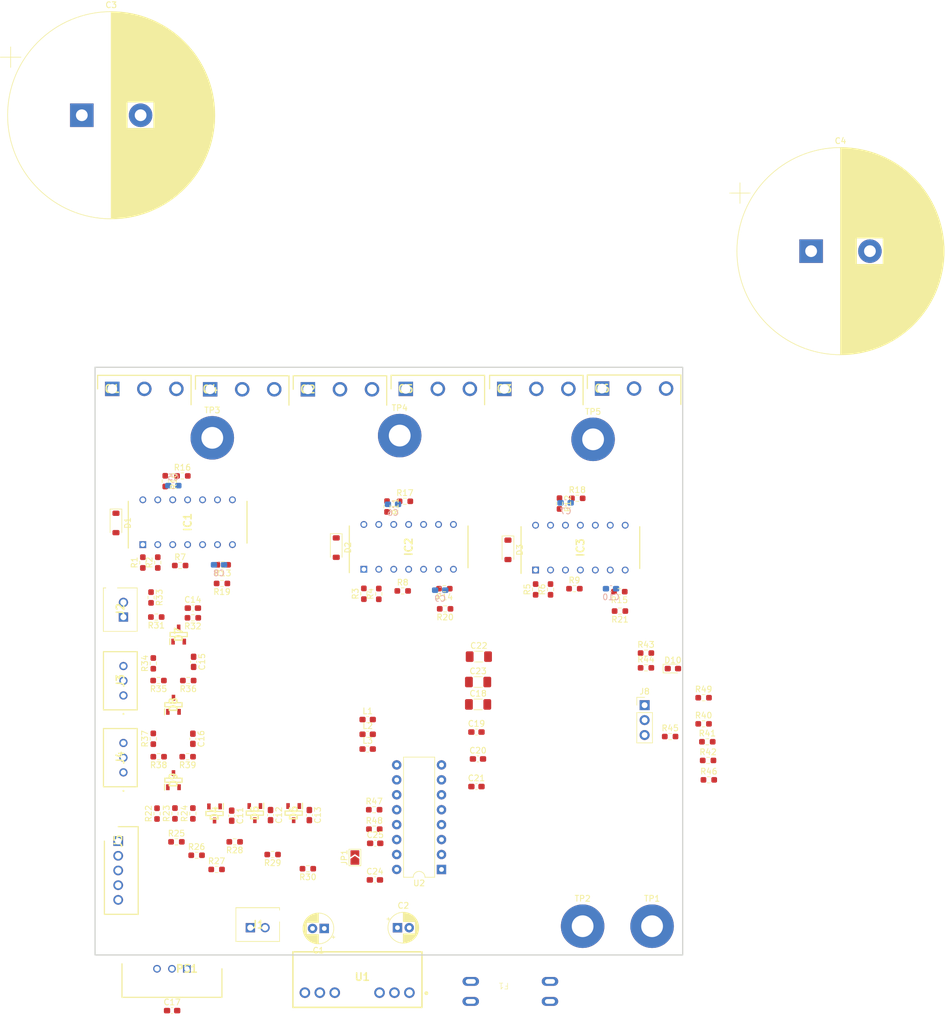
<source format=kicad_pcb>
(kicad_pcb (version 20240108) (generator "pcbnew") (generator_version "8.0")
  (layers (0 "F.Cu" signal) (31 "B.Cu" signal) (34 "B.Paste" user) (35 "F.Paste" user) (36 "B.SilkS" user "B.Silkscreen") (37 "F.SilkS" user "F.Silkscreen") (38 "B.Mask" user) (39 "F.Mask" user) (44 "Edge.Cuts" user))
  (net 0 "")
  (net 1 "GND")
  (net 2 "/+12V")
  (net 3 "Net-(Q1-D)")
  (net 4 "Net-(D1-K)")
  (net 5 "Net-(IC1-VS)")
  (net 6 "Net-(D2-K)")
  (net 7 "Net-(IC2-VS)")
  (net 8 "Net-(IC3-VS)")
  (net 9 "Net-(D3-K)")
  (net 10 "Net-(D1-A)")
  (net 11 "Net-(D2-A)")
  (net 12 "Net-(D3-A)")
  (net 13 "/HU")
  (net 14 "/HV")
  (net 15 "/HW")
  (net 16 "/Direction")
  (net 17 "/Accel")
  (net 18 "/A_In")
  (net 19 "+5V")
  (net 20 "+3.3V")
  (net 21 "Net-(JP1-A)")
  (net 22 "Net-(D4-K{slash}A)")
  (net 23 "Net-(D5-K{slash}A)")
  (net 24 "Net-(D6-K{slash}A)")
  (net 25 "Net-(D7-K{slash}A)")
  (net 26 "Net-(D8-K{slash}A)")
  (net 27 "Net-(D9-K{slash}A)")
  (net 28 "Net-(D10-A)")
  (net 29 "Net-(F1-Pad3)")
  (net 33 "Net-(IC1-LIN)")
  (net 35 "Net-(IC1-HIN)")
  (net 38 "Net-(IC1-N{slash}C_1)")
  (net 39 "Net-(IC1-HO)")
  (net 40 "/U_LGate")
  (net 42 "Net-(IC2-HO)")
  (net 45 "Net-(IC2-HIN)")
  (net 47 "/V_LGate")
  (net 48 "Net-(IC2-LIN)")
  (net 49 "Net-(IC2-N{slash}C_1)")
  (net 51 "Net-(IC3-LIN)")
  (net 52 "Net-(IC3-HO)")
  (net 56 "Net-(IC3-HIN)")
  (net 57 "Net-(IC3-N{slash}C_1)")
  (net 58 "/W_LGate")
  (net 59 "Net-(PS1-VIN)")
  (net 60 "Net-(J2-Pad1)")
  (net 61 "Net-(J3-Pad2)")
  (net 62 "Net-(J4-Pad2)")
  (net 63 "Net-(J5-Pad3)")
  (net 64 "Net-(J5-Pad1)")
  (net 65 "Net-(J5-Pad2)")
  (net 66 "Net-(J8-Pin_3)")
  (net 67 "/E8_READY")
  (net 68 "/VCCIO2{slash}3")
  (net 69 "/VCCIO0{slash}1")
  (net 70 "/VCCIO6{slash}7")
  (net 71 "Net-(Q1-G)")
  (net 72 "Net-(Q2-G)")
  (net 73 "Net-(Q3-G)")
  (net 74 "Net-(Q4-G)")
  (net 75 "Net-(Q5-G)")
  (net 76 "Net-(Q6-G)")
  (net 77 "/Logic_UU")
  (net 78 "/Logic_LU")
  (net 79 "/Logic_UV")
  (net 80 "/Logic_LV")
  (net 81 "/Logic_UW")
  (net 82 "/Logic_LW")
  (net 83 "/B1_JTAG_TMS")
  (net 84 "/A2_JTAG_TDO")
  (net 85 "/A3_JTAG_TDI")
  (net 86 "/D7_DONE")
  (net 87 "/C1_JTAG_TCK")
  (net 88 "/D8_RECONFIG")
  (net 91 "/CH1")
  (net 92 "/CS{slash}SHDN")
  (net 96 "/ACCEL")
  (net 97 "/Dout")
  (net 98 "/Din")
  (net 99 "/A_IN")
  (net 100 "/CH0")
  (net 102 "/CLK")
  (footprint "Capacitor_SMD:C_0603_1608Metric_Pad1.08x0.95mm_HandSolder" (layer "F.Cu") (at 94.8955 168.783)
    (property "Reference" "C17" (at 0 -1.43 360) (layer "F.SilkS"))
    (property "Value" "1uF")
    (pad "1" smd roundrect (at -0.8625 0) (size 1.075 0.95) (layers "F.Cu" "F.Paste" "F.Mask") (net 19 "+5V"))
    (pad "2" smd roundrect (at 0.8625 0) (size 1.075 0.95) (layers "F.Cu" "F.Paste" "F.Mask") (net 1 "GND"))
  )
  (footprint "Resistor_SMD:R_0603_1608Metric_Pad0.98x0.95mm_HandSolder" (layer "F.Cu") (at 141.3275 100.457 180)
    (property "Reference" "R20" (at 0 -1.43 180) (layer "F.SilkS"))
    (property "Value" "1M")
    (pad "1" smd roundrect (at -0.9125 0 180) (size 0.975 0.95) (layers "F.Cu" "F.Paste" "F.Mask") (net 75 "Net-(Q5-G)"))
    (pad "2" smd roundrect (at 0.9125 0 180) (size 0.975 0.95) (layers "F.Cu" "F.Paste" "F.Mask") (net 1 "GND"))
  )
  (footprint "Resistor_SMD:R_0603_1608Metric_Pad0.98x0.95mm_HandSolder" (layer "F.Cu") (at 99.06 142.367)
    (property "Reference" "R26" (at 0 -1.43 0) (layer "F.SilkS"))
    (property "Value" "1k")
    (pad "1" smd roundrect (at -0.9125 0) (size 0.975 0.95) (layers "F.Cu" "F.Paste" "F.Mask") (net 23 "Net-(D5-K{slash}A)"))
    (pad "2" smd roundrect (at 0.9125 0) (size 0.975 0.95) (layers "F.Cu" "F.Paste" "F.Mask") (net 65 "Net-(J5-Pad2)"))
  )
  (footprint "SamacSys_Parts:B3BXHALFSN" (layer "F.Cu") (at 86.614 128.27 90)
    (property "Reference" "J4" (at 2.5 -0.525 270) (layer "F.SilkS") (effects (font (size 1.27 1.27) (thickness 0.254))))
    (property "Value" "B3B-XH_Ain" (hide yes))
    (pad "1" thru_hole circle (at 0 0 90) (size 1.4 1.4) (drill 0.9) (layers "*.Cu" "*.Mask") (net 20 "+3.3V"))
    (pad "2" thru_hole circle (at 2.5 0 90) (size 1.4 1.4) (drill 0.9) (layers "*.Cu" "*.Mask") (net 62 "Net-(J4-Pad2)"))
    (pad "3" thru_hole circle (at 5 0 90) (size 1.4 1.4) (drill 0.9) (layers "*.Cu" "*.Mask") (net 1 "GND"))
  )
  (footprint "Resistor_SMD:R_0603_1608Metric_Pad0.98x0.95mm_HandSolder" (layer "F.Cu") (at 92.202 101.854 180)
    (property "Reference" "R31" (at 0 -1.43 180) (layer "F.SilkS"))
    (property "Value" "1k")
    (pad "1" smd roundrect (at -0.9125 0 180) (size 0.975 0.95) (layers "F.Cu" "F.Paste" "F.Mask") (net 25 "Net-(D7-K{slash}A)"))
    (pad "2" smd roundrect (at 0.9125 0 180) (size 0.975 0.95) (layers "F.Cu" "F.Paste" "F.Mask") (net 60 "Net-(J2-Pad1)"))
  )
  (footprint "Resistor_SMD:R_0603_1608Metric_Pad0.98x0.95mm_HandSolder" (layer "F.Cu") (at 91.313 98.5285 -90)
    (property "Reference" "R33" (at 0 -1.43 90) (layer "F.SilkS"))
    (property "Value" "4.7k")
    (pad "1" smd roundrect (at -0.9125 0 270) (size 0.975 0.95) (layers "F.Cu" "F.Paste" "F.Mask") (net 20 "+3.3V"))
    (pad "2" smd roundrect (at 0.9125 0 270) (size 0.975 0.95) (layers "F.Cu" "F.Paste" "F.Mask") (net 60 "Net-(J2-Pad1)"))
  )
  (footprint "SamacSys_Parts:SOT96P237X111-3N" (layer "F.Cu") (at 95.123 116.77 90)
    (property "Reference" "D8" (at 0 0 270) (layer "F.SilkS") (effects (font (size 1.27 1.27) (thickness 0.254))))
    (property "Value" "MMBD7000LT1G" (hide yes))
    (pad "1" smd rect (at -1.2 -0.955 180) (size 0.6 1) (layers "F.Cu" "F.Paste" "F.Mask") (net 1 "GND"))
    (pad "2" smd rect (at -1.2 0.955 180) (size 0.6 1) (layers "F.Cu" "F.Paste" "F.Mask") (net 20 "+3.3V"))
    (pad "3" smd rect (at 1.2 0 180) (size 0.6 1) (layers "F.Cu" "F.Paste" "F.Mask") (net 26 "Net-(D8-K{slash}A)"))
  )
  (footprint "Resistor_SMD:R_0603_1608Metric_Pad0.98x0.95mm_HandSolder" (layer "F.Cu") (at 117.983 144.653 180)
    (property "Reference" "R30" (at 0 -1.43 180) (layer "F.SilkS"))
    (property "Value" "1k")
    (pad "1" smd roundrect (at -0.9125 0 180) (size 0.975 0.95) (layers "F.Cu" "F.Paste" "F.Mask") (net 15 "/HW"))
    (pad "2" smd roundrect (at 0.9125 0 180) (size 0.975 0.95) (layers "F.Cu" "F.Paste" "F.Mask") (net 24 "Net-(D6-K{slash}A)"))
  )
  (footprint "SamacSys_Parts:NCS3" (layer "F.Cu") (at 137.39 168.235 180)
    (property "Reference" "U1" (at 10.13968 5.17981 180) (layer "F.SilkS") (effects (font (size 1.27 1.27) (thickness 0.254))))
    (property "Value" "NCS3S1212SC" (hide yes))
    (pad "1" thru_hole circle (at 2.135 2.5 180) (size 1.8 1.8) (drill 1.15) (layers "*.Cu" "*.Mask") (net 1 "GND"))
    (pad "2" thru_hole circle (at 4.675 2.5 180) (size 1.8 1.8) (drill 1.15) (layers "*.Cu" "*.Mask") (net 3 "Net-(Q1-D)"))
    (pad "3" thru_hole circle (at 7.215 2.5 180) (size 1.8 1.8) (drill 1.15) (layers "*.Cu" "*.Mask"))
    (pad "6" thru_hole circle (at 14.835 2.5 180) (size 1.8 1.8) (drill 1.15) (layers "*.Cu" "*.Mask") (net 2 "/+12V"))
    (pad "7" thru_hole circle (at 17.375 2.5 180) (size 1.8 1.8) (drill 1.15) (layers "*.Cu" "*.Mask") (net 1 "GND"))
    (pad "8" thru_hole circle (at 19.915 2.5 180) (size 1.8 1.8) (drill 1.15) (layers "*.Cu" "*.Mask"))
  )
  (footprint "Resistor_SMD:R_0603_1608Metric_Pad0.98x0.95mm_HandSolder" (layer "F.Cu") (at 111.9905 142.24 180)
    (property "Reference" "R29" (at 0 -1.43 180) (layer "F.SilkS"))
    (property "Value" "1k")
    (pad "1" smd roundrect (at -0.9125 0 180) (size 0.975 0.95) (layers "F.Cu" "F.Paste" "F.Mask") (net 14 "/HV"))
    (pad "2" smd roundrect (at 0.9125 0 180) (size 0.975 0.95) (layers "F.Cu" "F.Paste" "F.Mask") (net 23 "Net-(D5-K{slash}A)"))
  )
  (footprint "Resistor_SMD:R_0603_1608Metric_Pad0.98x0.95mm_HandSolder" (layer "F.Cu") (at 159.258 97.155 90)
    (property "Reference" "R6" (at 0 -1.43 270) (layer "F.SilkS"))
    (property "Value" "100")
    (pad "1" smd roundrect (at -0.9125 0 90) (size 0.975 0.95) (layers "F.Cu" "F.Paste" "F.Mask") (net 82 "/Logic_LW"))
    (pad "2" smd roundrect (at 0.9125 0 90) (size 0.975 0.95) (layers "F.Cu" "F.Paste" "F.Mask") (net 51 "Net-(IC3-LIN)"))
  )
  (footprint "Resistor_SMD:R_0603_1608Metric_Pad0.98x0.95mm_HandSolder" (layer "F.Cu") (at 89.916 92.583 90)
    (property "Reference" "R1" (at 0 -1.43 270) (layer "F.SilkS"))
    (property "Value" "100")
    (pad "1" smd roundrect (at -0.9125 0 90) (size 0.975 0.95) (layers "F.Cu" "F.Paste" "F.Mask") (net 77 "/Logic_UU"))
    (pad "2" smd roundrect (at 0.9125 0 90) (size 0.975 0.95) (layers "F.Cu" "F.Paste" "F.Mask") (net 35 "Net-(IC1-HIN)"))
  )
  (footprint "SamacSys_Parts:SOT96P237X111-3N" (layer "F.Cu") (at 102.108 135.255 -90)
    (property "Reference" "D4" (at 0 0 90) (layer "F.SilkS") (effects (font (size 1.27 1.27) (thickness 0.254))))
    (property "Value" "MMBD7000LT1G" (hide yes))
    (pad "1" smd rect (at -1.2 -0.955) (size 0.6 1) (layers "F.Cu" "F.Paste" "F.Mask") (net 1 "GND"))
    (pad "2" smd rect (at -1.2 0.955) (size 0.6 1) (layers "F.Cu" "F.Paste" "F.Mask") (net 20 "+3.3V"))
    (pad "3" smd rect (at 1.2 0) (size 0.6 1) (layers "F.Cu" "F.Paste" "F.Mask") (net 22 "Net-(D4-K{slash}A)"))
  )
  (footprint "SamacSys_Parts:DIP762W56P254L1930H533Q14N" (layer "F.Cu") (at 164.338 90.043 90)
    (property "Reference" "IC3" (at 0 0 270) (layer "F.SilkS") (effects (font (size 1.27 1.27) (thickness 0.254))))
    (property "Value" "IR21834PBF" (hide yes))
    (pad "1" thru_hole rect (at -3.81 -7.62 90) (size 1.158 1.158) (drill 0.758) (layers "*.Cu" "*.Mask") (net 56 "Net-(IC3-HIN)"))
    (pad "2" thru_hole circle (at -3.81 -5.08 90) (size 1.158 1.158) (drill 0.758) (layers "*.Cu" "*.Mask") (net 51 "Net-(IC3-LIN)"))
    (pad "3" thru_hole circle (at -3.81 -2.54 90) (size 1.158 1.158) (drill 0.758) (layers "*.Cu" "*.Mask") (net 1 "GND"))
    (pad "4" thru_hole circle (at -3.81 0 90) (size 1.158 1.158) (drill 0.758) (layers "*.Cu" "*.Mask") (net 57 "Net-(IC3-N{slash}C_1)"))
    (pad "5" thru_hole circle (at -3.81 2.54 90) (size 1.158 1.158) (drill 0.758) (layers "*.Cu" "*.Mask") (net 1 "GND"))
    (pad "6" thru_hole circle (at -3.81 5.08 90) (size 1.158 1.158) (drill 0.758) (layers "*.Cu" "*.Mask") (net 58 "/W_LGate"))
    (pad "7" thru_hole circle (at -3.81 7.62 90) (size 1.158 1.158) (drill 0.758) (layers "*.Cu" "*.Mask") (net 12 "Net-(D3-A)"))
    (pad "8" thru_hole circle (at 3.81 7.62 90) (size 1.158 1.158) (drill 0.758) (layers "*.Cu" "*.Mask"))
    (pad "9" thru_hole circle (at 3.81 5.08 90) (size 1.158 1.158) (drill 0.758) (layers "*.Cu" "*.Mask"))
    (pad "10" thru_hole circle (at 3.81 2.54 90) (size 1.158 1.158) (drill 0.758) (layers "*.Cu" "*.Mask"))
    (pad "11" thru_hole circle (at 3.81 0 90) (size 1.158 1.158) (drill 0.758) (layers "*.Cu" "*.Mask") (net 8 "Net-(IC3-VS)"))
    (pad "12" thru_hole circle (at 3.81 -2.54 90) (size 1.158 1.158) (drill 0.758) (layers "*.Cu" "*.Mask") (net 52 "Net-(IC3-HO)"))
    (pad "13" thru_hole circle (at 3.81 -5.08 90) (size 1.158 1.158) (drill 0.758) (layers "*.Cu" "*.Mask") (net 9 "Net-(D3-K)"))
    (pad "14" thru_hole circle (at 3.81 -7.62 90) (size 1.158 1.158) (drill 0.758) (layers "*.Cu" "*.Mask"))
  )
  (footprint "Resistor_SMD:R_0603_1608Metric_Pad0.98x0.95mm_HandSolder" (layer "F.Cu") (at 131.445 83.058 -90)
    (property "Reference" "R11" (at 0 -1.43 90) (layer "F.SilkS"))
    (property "Value" "22")
    (pad "1" smd roundrect (at -0.9125 0 270) (size 0.975 0.95) (layers "F.Cu" "F.Paste" "F.Mask") (net 72 "Net-(Q2-G)"))
    (pad "2" smd roundrect (at 0.9125 0 270) (size 0.975 0.95) (layers "F.Cu" "F.Paste" "F.Mask") (net 42 "Net-(IC2-HO)"))
  )
  (footprint "Capacitor_THT:CP_Radial_D5.0mm_P2.00mm" (layer "F.Cu") (at 133.223 154.686)
    (property "Reference" "C2" (at 1 -3.75 360) (layer "F.SilkS"))
    (property "Value" "33uF50V")
    (pad "1" thru_hole rect (at 0 0) (size 1.6 1.6) (drill 0.8) (layers "*.Cu" "*.Mask") (net 3 "Net-(Q1-D)"))
    (pad "2" thru_hole circle (at 2 0) (size 1.6 1.6) (drill 0.8) (layers "*.Cu" "*.Mask") (net 1 "GND"))
  )
  (footprint "SamacSys_Parts:TO545P500X1560X2410-3P" (layer "F.Cu") (at 84.72 63.046)
    (property "Reference" "Q1" (at 0 0 360) (layer "F.SilkS") (effects (font (size 1.27 1.27) (thickness 0.254))))
    (property "Value" "2SK3711" (hide yes))
    (pad "1" thru_hole rect (at 0 0) (size 2.46 2.46) (drill 1.64) (layers "*.Cu" "*.Mask") (net 71 "Net-(Q1-G)"))
    (pad "2" thru_hole circle (at 5.45 0) (size 2.46 2.46) (drill 1.64) (layers "*.Cu" "*.Mask") (net 3 "Net-(Q1-D)"))
    (pad "3" thru_hole circle (at 10.9 0) (size 2.46 2.46) (drill 1.64) (layers "*.Cu" "*.Mask") (net 5 "Net-(IC1-VS)"))
  )
  (footprint "MountingHole:MountingHole_3.7mm_Pad" (layer "F.Cu") (at 133.604 70.993)
    (property "Reference" "TP4" (at 0 -4.7 0) (layer "F.SilkS"))
    (property "Value" "V_Motor")
    (pad "1" thru_hole circle (at 0 0) (size 7.4 7.4) (drill 3.7) (layers "*.Cu" "*.Mask") (net 7 "Net-(IC2-VS)"))
  )
  (footprint "Resistor_SMD:R_0603_1608Metric_Pad0.98x0.95mm_HandSolder" (layer "F.Cu") (at 185.293 120.015)
    (property "Reference" "R40" (at 0 -1.43 0) (layer "F.SilkS"))
    (property "Value" "5.1k")
    (pad "1" smd roundrect (at -0.9125 0) (size 0.975 0.95) (layers "F.Cu" "F.Paste" "F.Mask") (net 83 "/B1_JTAG_TMS"))
    (pad "2" smd roundrect (at 0.9125 0) (size 0.975 0.95) (layers "F.Cu" "F.Paste" "F.Mask") (net 20 "+3.3V"))
  )
  (footprint "SamacSys_Parts:B3BXHALFSN" (layer "F.Cu") (at 86.614 115.189 90)
    (property "Reference" "J3" (at 2.5 -0.525 270) (layer "F.SilkS") (effects (font (size 1.27 1.27) (thickness 0.254))))
    (property "Value" "B3B-XH_Accel" (hide yes))
    (pad "1" thru_hole circle (at 0 0 90) (size 1.4 1.4) (drill 0.9) (layers "*.Cu" "*.Mask") (net 20 "+3.3V"))
    (pad "2" thru_hole circle (at 2.5 0 90) (size 1.4 1.4) (drill 0.9) (layers "*.Cu" "*.Mask") (net 61 "Net-(J3-Pad2)"))
    (pad "3" thru_hole circle (at 5 0 90) (size 1.4 1.4) (drill 0.9) (layers "*.Cu" "*.Mask") (net 1 "GND"))
  )
  (footprint "Capacitor_SMD:C_0603_1608Metric_Pad1.08x0.95mm_HandSolder" (layer "F.Cu") (at 146.6585 121.412)
    (property "Reference" "C19" (at 0 -1.43 0) (layer "F.SilkS"))
    (property "Value" "1u")
    (pad "1" smd roundrect (at -0.8625 0) (size 1.075 0.95) (layers "F.Cu" "F.Paste" "F.Mask") (net 20 "+3.3V"))
    (pad "2" smd roundrect (at 0.8625 0) (size 1.075 0.95) (layers "F.Cu" "F.Paste" "F.Mask") (net 1 "GND"))
  )
  (footprint "SamacSys_Parts:SHDR5W64P0X250_1X5_1490X575X700P" (layer "F.Cu") (at 85.725 139.954 -90)
    (property "Reference" "J5" (at 0 0 90) (layer "F.SilkS") (effects (font (size 1.27 1.27) (thickness 0.254))))
    (property "Value" "B5B-XH_HallSens" (hide yes))
    (pad "1" thru_hole rect (at 0 0 270) (size 1.65 1.65) (drill 1.1) (layers "*.Cu" "*.Mask") (net 64 "Net-(J5-Pad1)"))
    (pad "2" thru_hole circle (at 2.5 0 270) (size 1.65 1.65) (drill 1.1) (layers "*.Cu" "*.Mask") (net 65 "Net-(J5-Pad2)"))
    (pad "3" thru_hole circle (at 5 0 270) (size 1.65 1.65) (drill 1.1) (layers "*.Cu" "*.Mask") (net 63 "Net-(J5-Pad3)"))
    (pad "4" thru_hole circle (at 7.5 0 270) (size 1.65 1.65) (drill 1.1) (layers "*.Cu" "*.Mask") (net 19 "+5V"))
    (pad "5" thru_hole circle (at 10 0 270) (size 1.65 1.65) (drill 1.1) (layers "*.Cu" "*.Mask") (net 1 "GND"))
  )
  (footprint "Inductor_SMD:L_0603_1608Metric_Pad1.05x0.95mm_HandSolder" (layer "F.Cu") (at 128.157 119.283)
    (property "Reference" "L1" (at 0 -1.43 0) (layer "F.SilkS"))
    (property "Value" "33")
    (pad "1" smd roundrect (at -0.875 0) (size 1.05 0.95) (layers "F.Cu" "F.Paste" "F.Mask") (net 68 "/VCCIO2{slash}3"))
    (pad "2" smd roundrect (at 0.875 0) (size 1.05 0.95) (layers "F.Cu" "F.Paste" "F.Mask") (net 20 "+3.3V"))
  )
  (footprint "Resistor_SMD:R_0603_1608Metric_Pad0.98x0.95mm_HandSolder" (layer "F.Cu") (at 127.508 97.8935 90)
    (property "Reference" "R3" (at 0 -1.43 270) (layer "F.SilkS"))
    (property "Value" "100")
    (pad "1" smd roundrect (at -0.9125 0 90) (size 0.975 0.95) (layers "F.Cu" "F.Paste" "F.Mask") (net 79 "/Logic_UV"))
    (pad "2" smd roundrect (at 0.9125 0 90) (size 0.975 0.95) (layers "F.Cu" "F.Paste" "F.Mask") (net 45 "Net-(IC2-HIN)"))
  )
  (footprint "SamacSys_Parts:B2BXHAMLFSN" (layer "F.Cu") (at 108.204 154.686)
    (property "Reference" "J1" (at 1.25 -0.525 360) (layer "F.SilkS") (effects (font (size 1.27 1.27) (thickness 0.254))))
    (property "Value" "B2B-XH-_MainSW" (hide yes))
    (pad "" np_thru_hole circle (at 4.1 -2) (size 1.3 1.3) (drill 1.3) (layers "*.Cu" "*.Mask"))
    (pad "1" thru_hole rect (at 0 0) (size 1.575 1.575) (drill 1.05) (layers "*.Cu" "*.Mask") (net 59 "Net-(PS1-VIN)"))
    (pad "2" thru_hole circle (at 2.5 0) (size 1.575 1.575) (drill 1.05) (layers "*.Cu" "*.Mask") (net 2 "/+12V"))
  )
  (footprint "Resistor_SMD:R_0603_1608Metric_Pad0.98x0.95mm_HandSolder" (layer "F.Cu") (at 175.4905 110.49)
    (property "Reference" "R44" (at 0 -1.43 0) (layer "F.SilkS"))
    (property "Value" "49.9K")
    (pad "1" smd roundrect (at -0.9125 0) (size 0.975 0.95) (layers "F.Cu" "F.Paste" "F.Mask") (net 86 "/D7_DONE"))
    (pad "2" smd roundrect (at 0.9125 0) (size 0.975 0.95) (layers "F.Cu" "F.Paste" "F.Mask") (net 28 "Net-(D10-A)"))
  )
  (footprint "Capacitor_SMD:C_0603_1608Metric_Pad1.08x0.95mm_HandSolder" (layer "F.Cu") (at 146.6585 130.683)
    (property "Reference" "C21" (at 0 -1.43 0) (layer "F.SilkS"))
    (property "Value" "0.01u")
    (pad "1" smd roundrect (at -0.8625 0) (size 1.075 0.95) (layers "F.Cu" "F.Paste" "F.Mask") (net 20 "+3.3V"))
    (pad "2" smd roundrect (at 0.8625 0) (size 1.075 0.95) (layers "F.Cu" "F.Paste" "F.Mask") (net 1 "GND"))
  )
  (footprint "Resistor_SMD:R_0603_1608Metric_Pad0.98x0.95mm_HandSolder" (layer "F.Cu") (at 186.055 126.238)
    (property "Reference" "R42" (at 0 -1.43 0) (layer "F.SilkS"))
    (property "Value" "5.1k")
    (pad "1" smd roundrect (at -0.9125 0) (size 0.975 0.95) (layers "F.Cu" "F.Paste" "F.Mask") (net 85 "/A3_JTAG_TDI"))
    (pad "2" smd roundrect (at 0.9125 0) (size 0.975 0.95) (layers "F.Cu" "F.Paste" "F.Mask") (net 20 "+3.3V"))
  )
  (footprint "MountingHole:MountingHole_3.7mm_Pad" (layer "F.Cu") (at 101.727 71.374)
    (property "Reference" "TP3" (at 0 -4.7 0) (layer "F.SilkS"))
    (property "Value" "U_Motor")
    (pad "1" thru_hole circle (at 0 0) (size 7.4 7.4) (drill 3.7) (layers "*.Cu" "*.Mask") (net 5 "Net-(IC1-VS)"))
  )
  (footprint "Resistor_SMD:R_0603_1608Metric_Pad0.98x0.95mm_HandSolder" (layer "F.Cu") (at 130.048 97.917 90)
    (property "Reference" "R4" (at 0 -1.43 270) (layer "F.SilkS"))
    (property "Value" "100")
    (pad "1" smd roundrect (at -0.9125 0 90) (size 0.975 0.95) (layers "F.Cu" "F.Paste" "F.Mask") (net 80 "/Logic_LV"))
    (pad "2" smd roundrect (at 0.9125 0 90) (size 0.975 0.95) (layers "F.Cu" "F.Paste" "F.Mask") (net 48 "Net-(IC2-LIN)"))
  )
  (footprint "SamacSys_Parts:DIP762W56P254L1930H533Q14N" (layer "F.Cu") (at 135.128 89.916 90)
    (property "Reference" "IC2" (at 0 0 270) (layer "F.SilkS") (effects (font (size 1.27 1.27) (thickness 0.254))))
    (property "Value" "IR21834PBF" (hide yes))
    (pad "1" thru_hole rect (at -3.81 -7.62 90) (size 1.158 1.158) (drill 0.758) (layers "*.Cu" "*.Mask") (net 45 "Net-(IC2-HIN)"))
    (pad "2" thru_hole circle (at -3.81 -5.08 90) (size 1.158 1.158) (drill 0.758) (layers "*.Cu" "*.Mask") (net 48 "Net-(IC2-LIN)"))
    (pad "3" thru_hole circle (at -3.81 -2.54 90) (size 1.158 1.158) (drill 0.758) (layers "*.Cu" "*.Mask") (net 1 "GND"))
    (pad "4" thru_hole circle (at -3.81 0 90) (size 1.158 1.158) (drill 0.758) (layers "*.Cu" "*.Mask") (net 49 "Net-(IC2-N{slash}C_1)"))
    (pad "5" thru_hole circle (at -3.81 2.54 90) (size 1.158 1.158) (drill 0.758) (layers "*.Cu" "*.Mask") (net 1 "GND"))
    (pad "6" thru_hole circle (at -3.81 5.08 90) (size 1.158 1.158) (drill 0.758) (layers "*.Cu" "*.Mask") (net 47 "/V_LGate"))
    (pad "7" thru_hole circle (at -3.81 7.62 90) (size 1.158 1.158) (drill 0.758) (layers "*.Cu" "*.Mask") (net 11 "Net-(D2-A)"))
    (pad "8" thru_hole circle (at 3.81 7.62 90) (size 1.158 1.158) (drill 0.758) (layers "*.Cu" "*.Mask"))
    (pad "9" thru_hole circle (at 3.81 5.08 90) (size 1.158 1.158) (drill 0.758) (layers "*.Cu" "*.Mask"))
    (pad "10" thru_hole circle (at 3.81 2.54 90) (size 1.158 1.158) (drill 0.758) (layers "*.Cu" "*.Mask"))
    (pad "11" thru_hole circle (at 3.81 0 90) (size 1.158 1.158) (drill 0.758) (layers "*.Cu" "*.Mask") (net 7 "Net-(IC2-VS)"))
    (pad "12" thru_hole circle (at 3.81 -2.54 90) (size 1.158 1.158) (drill 0.758) (layers "*.Cu" "*.Mask") (net 42 "Net-(IC2-HO)"))
    (pad "13" thru_hole circle (at 3.81 -5.08 90) (size 1.158 1.158) (drill 0.758) (layers "*.Cu" "*.Mask") (net 6 "Net-(D2-K)"))
    (pad "14" thru_hole circle (at 3.81 -7.62 90) (size 1.158 1.158) (drill 0.758) (layers "*.Cu" "*.Mask"))
  )
  (footprint "Jumper:SolderJumper-2_P1.3mm_Open_TrianglePad1.0x1.5mm" (layer "F.Cu") (at 125.984 142.748 90)
    (property "Reference" "JP1" (at 0 -1.8 270) (layer "F.SilkS"))
    (property "Value" "SolderJumper_2_Open")
    (pad "1" smd custom (at -0.725 0 90) (size 0.3 0.3) (layers "F.Cu" "F.Mask") (net 21 "Net-(JP1-A)") (options (clearance outline) (anchor rect)) (primitives (gr_poly (pts (xy 1 0) (xy 0.5 0.75) (xy -0.5 0.75) (xy -0.5 -0.75) (xy 0.5 -0.75)) (width 0) (fill yes))))
    (pad "2" smd custom (at 0.725 0 90) (size 0.3 0.3) (layers "F.Cu" "F.Mask") (net 20 "+3.3V") (options (clearance outline) (anchor rect)) (primitives (gr_poly (pts (xy 0.5 0.75) (xy -0.65 0.75) (xy -0.15 0) (xy -0.65 -0.75) (xy 0.5 -0.75)) (width 0) (fill yes))))
  )
  (footprint "Capacitor_SMD:C_0603_1608Metric_Pad1.08x0.95mm_HandSolder" (layer "F.Cu") (at 98.552 109.474 -90)
    (property "Reference" "C15" (at 0 -1.43 90) (layer "F.SilkS"))
    (property "Value" "10uF")
    (pad "1" smd roundrect (at -0.8625 0 270) (size 1.075 0.95) (layers "F.Cu" "F.Paste" "F.Mask") (net 1 "GND"))
    (pad "2" smd roundrect (at 0.8625 0 270) (size 1.075 0.95) (layers "F.Cu" "F.Paste" "F.Mask") (net 17 "/Accel"))
  )
  (footprint "Resistor_SMD:R_0603_1608Metric_Pad0.98x0.95mm_HandSolder" (layer "F.Cu") (at 98.425 135.255 90)
    (property "Reference" "R24" (at 0 -1.43 270) (layer "F.SilkS"))
    (property "Value" "4.7k")
    (pad "1" smd roundrect (at -0.9125 0 90) (size 0.975 0.95) (layers "F.Cu" "F.Paste" "F.Mask") (net 63 "Net-(J5-Pad3)"))
    (pad "2" smd roundrect (at 0.9125 0 90) (size 0.975 0.95) (layers "F.Cu" "F.Paste" "F.Mask") (net 20 "+3.3V"))
  )
  (footprint "Resistor_SMD:R_0603_1608Metric_Pad0.98x0.95mm_HandSolder" (layer "F.Cu") (at 102.4655 144.78)
    (property "Reference" "R27" (at 0 -1.43 0) (layer "F.SilkS"))
    (property "Value" "1k")
    (pad "1" smd roundrect (at -0.9125 0) (size 0.975 0.95) (layers "F.Cu" "F.Paste" "F.Mask") (net 24 "Net-(D6-K{slash}A)"))
    (pad "2" smd roundrect (at 0.9125 0) (size 0.975 0.95) (layers "F.Cu" "F.Paste" "F.Mask") (net 63 "Net-(J5-Pad3)"))
  )
  (footprint "SamacSys_Parts:B2BXHAMLFSN" (layer "F.Cu") (at 86.614 101.854 90)
    (property "Reference" "J2" (at 1.25 -0.525 270) (layer "F.SilkS") (effects (font (size 1.27 1.27) (thickness 0.254))))
    (property "Value" "B2B-XH_Direction" (hide yes))
    (pad "" np_thru_hole circle (at 4.1 -2 90) (size 1.3 1.3) (drill 1.3) (layers "*.Cu" "*.Mask"))
    (pad "1" thru_hole rect (at 0 0 90) (size 1.575 1.575) (drill 1.05) (layers "*.Cu" "*.Mask") (net 60 "Net-(J2-Pad1)"))
    (pad "2" thru_hole circle (at 2.5 0 90) (size 1.575 1.575) (drill 1.05) (layers "*.Cu" "*.Mask") (net 1 "GND"))
  )
  (footprint "Resistor_SMD:R_0603_1608Metric_Pad0.98x0.95mm_HandSolder" (layer "F.Cu") (at 92.6065 125.603 180)
    (property "Reference" "R38" (at 0 -1.43 180) (layer "F.SilkS"))
    (property "Value" "1k")
    (pad "1" smd roundrect (at -0.9125 0 180) (size 0.975 0.95) (layers "F.Cu" "F.Paste" "F.Mask") (net 27 "Net-(D9-K{slash}A)"))
    (pad "2" smd roundrect (at 0.9125 0 180) (size 0.975 0.95) (layers "F.Cu" "F.Paste" "F.Mask") (net 62 "Net-(J4-Pad2)"))
  )
  (footprint "Resistor_SMD:R_0603_1608Metric_Pad0.98x0.95mm_HandSolder" (layer "F.Cu") (at 129.2625 134.62)
    (property "Reference" "R47" (at 0 -1.43 0) (layer "F.SilkS"))
    (property "Value" "R")
    (pad "1" smd roundrect (at -0.9125 0) (size 0.975 0.95) (layers "F.Cu" "F.Paste" "F.Mask") (net 20 "+3.3V"))
    (pad "2" smd roundrect (at 0.9125 0) (size 0.975 0.95) (layers "F.Cu" "F.Paste" "F.Mask") (net 21 "Net-(JP1-A)"))
  )
  (footprint "Resistor_SMD:R_0603_1608Metric_Pad0.98x0.95mm_HandSolder" (layer "F.Cu") (at 175.4905 107.98)
    (property "Reference" "R43" (at 0 -1.43 0) (layer "F.SilkS"))
    (property "Value" "49.9K")
    (pad "1" smd roundrect (at -0.9125 0) (size 0.975 0.95) (layers "F.Cu" "F.Paste" "F.Mask") (net 86 "/D7_DONE"))
    (pad "2" smd roundrect (at 0.9125 0) (size 0.975 0.95) (layers "F.Cu" "F.Paste" "F.Mask") (net 20 "+3.3V"))
  )
  (footprint "Connector_PinHeader_2.54mm:PinHeader_1x03_P2.54mm_Vertical" (layer "F.Cu") (at 175.26 116.84)
    (property "Reference" "J8" (at 0 -2.33 0) (layer "F.SilkS"))
    (property "Value" "Conn_01x03")
    (pad "1" thru_hole rect (at 0 0) (size 1.7 1.7) (drill 1) (layers "*.Cu" "*.Mask") (net 1 "GND"))
    (pad "2" thru_hole oval (at 0 2.54) (size 1.7 1.7) (drill 1) (layers "*.Cu" "*.Mask") (net 67 "/E8_READY"))
    (pad "3" thru_hole oval (at 0 5.08) (size 1.7 1.7) (drill 1) (layers "*.Cu" "*.Mask") (net 66 "Net-(J8-Pin_3)"))
  )
  (footprint "Resistor_SMD:R_0603_1608Metric_Pad0.98x0.95mm_HandSolder" (layer "F.Cu") (at 156.718 97.155 90)
    (property "Reference" "R5" (at 0 -1.43 270) (layer "F.SilkS"))
    (property "Value" "100")
    (pad "1" smd roundrect (at -0.9125 0 90) (size 0.975 0.95) (layers "F.Cu" "F.Paste" "F.Mask") (net 81 "/Logic_UW"))
    (pad "2" smd roundrect (at 0.9125 0 90) (size 0.975 0.95) (layers "F.Cu" "F.Paste" "F.Mask") (net 56 "Net-(IC3-HIN)"))
  )
  (footprint "SamacSys_Parts:SOT96P237X111-3N" (layer "F.Cu") (at 108.966 135.198 -90)
    (property "Reference" "D5" (at 0 0 90) (layer "F.SilkS") (effects (font (size 1.27 1.27) (thickness 0.254))))
    (property "Value" "MMBD7000LT1G" (hide yes))
    (pad "1" smd rect (at -1.2 -0.955) (size 0.6 1) (layers "F.Cu" "F.Paste" "F.Mask") (net 1 "GND"))
    (pad "2" smd rect (at -1.2 0.955) (size 0.6 1) (layers "F.Cu" "F.Paste" "F.Mask") (net 20 "+3.3V"))
    (pad "3" smd rect (at 1.2 0) (size 0.6 1) (layers "F.Cu" "F.Paste" "F.Mask") (net 23 "Net-(D5-K{slash}A)"))
  )
  (footprint "Capacitor_THT:CP_Radial_D35.0mm_P10.00mm_SnapIn" (layer "F.Cu") (at 79.535 16.51)
    (property "Reference" "C3" (at 5 -18.75 0) (layer "F.SilkS"))
    (property "Value" "4700uF50V")
    (pad "1" thru_hole rect (at 0 0) (size 4 4) (drill 2) (layers "*.Cu" "*.Mask") (net 3 "Net-(Q1-D)"))
    (pad "2" thru_hole circle (at 10 0) (size 4 4) (drill 2) (layers "*.Cu" "*.Mask") (net 1 "GND"))
  )
  (footprint "Resistor_SMD:R_0603_1608Metric_Pad0.98x0.95mm_HandSolder" (layer "F.Cu") (at 103.378 96.139 180)
    (property "Reference" "R19" (at 0 -1.43 180) (layer "F.SilkS"))
    (property "Value" "1M")
    (pad "1" smd roundrect (at -0.9125 0 180) (size 0.975 0.95) (layers "F.Cu" "F.Paste" "F.Mask") (net 74 "Net-(Q4-G)"))
    (pad "2" smd roundrect (at 0.9125 0 180) (size 0.975 0.95) (layers "F.Cu" "F.Paste" "F.Mask") (net 1 "GND"))
  )
  (footprint "Resistor_SMD:R_0603_1608Metric_Pad0.98x0.95mm_HandSolder" (layer "F.Cu") (at 96.266 93.091)
    (property "Reference" "R7" (at 0 -1.43 360) (layer "F.SilkS"))
    (property "Value" "68k")
    (pad "1" smd roundrect (at -0.9125 0) (size 0.975 0.95) (layers "F.Cu" "F.Paste" "F.Mask") (net 1 "GND"))
    (pad "2" smd roundrect (at 0.9125 0) (size 0.975 0.95) (layers "F.Cu" "F.Paste" "F.Mask") (net 38 "Net-(IC1-N{slash}C_1)"))
  )
  (footprint "Resistor_SMD:R_0603_1608Metric_Pad0.98x0.95mm_HandSolder" (layer "F.Cu") (at 185.928 123.063)
    (property "Reference" "R41" (at 0 -1.43 0) (layer "F.SilkS"))
    (property "Value" "5.1k")
    (pad "1" smd roundrect (at -0.9125 0) (size 0.975 0.95) (layers "F.Cu" "F.Paste" "F.Mask") (net 84 "/A2_JTAG_TDO"))
    (pad "2" smd roundrect (at 0.9125 0) (size 0.975 0.95) (layers "F.Cu" "F.Paste" "F.Mask") (net 20 "+3.3V"))
  )
  (footprint "SamacSys_Parts:TO545P500X1560X2410-3P" (layer "F.Cu") (at 134.642 63.046)
    (property "Reference" "Q5" (at 0 0 360) (layer "F.SilkS") (effects (font (size 1.27 1.27) (thickness 0.254))))
    (property "Value" "2SK3711" (hide yes))
    (pad "1" thru_hole rect (at 0 0) (size 2.46 2.46) (drill 1.64) (layers "*.Cu" "*.Mask") (net 75 "Net-(Q5-G)"))
    (pad "2" thru_hole circle (at 5.45 0) (size 2.46 2.46) (drill 1.64) (layers "*.Cu" "*.Mask") (net 7 "Net-(IC2-VS)"))
    (pad "3" thru_hole circle (at 10.9 0) (size 2.46 2.46) (drill 1.64) (layers "*.Cu" "*.Mask") (net 1 "GND"))
  )
  (footprint "Capacitor_SMD:C_0603_1608Metric_Pad1.08x0.95mm_HandSolder" (layer "F.Cu") (at 98.425 122.555 -90)
    (property "Reference" "C16" (at 0 -1.43 90) (layer "F.SilkS"))
    (property "Value" "10uF")
    (pad "1" smd roundrect (at -0.8625 0 270) (size 1.075 0.95) (layers "F.Cu" "F.Paste" "F.Mask") (net 1 "GND"))
    (pad "2" smd roundrect (at 0.8625 0 270) (size 1.075 0.95) (layers "F.Cu" "F.Paste" "F.Mask") (net 18 "/A_In"))
  )
  (footprint "Resistor_SMD:R_0603_1608Metric_Pad0.98x0.95mm_HandSolder" (layer "F.Cu") (at 95.631 140.081)
    (property "Reference" "R25" (at 0 -1.43 0) (layer "F.SilkS"))
    (property "Value" "1k")
    (pad "1" smd roundrect (at -0.9125 0) (size 0.975 0.95) (layers "F.Cu" "F.Paste" "F.Mask") (net 22 "Net-(D4-K{slash}A)"))
    (pad "2" smd roundrect (at 0.9125 0) (size 0.975 0.95) (layers "F.Cu" "F.Paste" "F.Mask") (net 64 "Net-(J5-Pad1)"))
  )
  (footprint "Resistor_SMD:R_0603_1608Metric_Pad0.98x0.95mm_HandSolder" (layer "F.Cu") (at 96.647 77.851)
    (property "Reference" "R16" (at 0 -1.43 360) (layer "F.SilkS"))
    (property "Value" "1M")
    (pad "1" smd roundrect (at -0.9125 0) (size 0.975 0.95) (layers "F.Cu" "F.Paste" "F.Mask") (net 71 "Net-(Q1-G)"))
    (pad "2" smd roundrect (at 0.9125 0) (size 0.975 0.95) (layers "F.Cu" "F.Paste" "F.Mask") (net 5 "Net-(IC1-VS)"))
  )
  (footprint "Resistor_SMD:R_0603_1608Metric_Pad0.98x0.95mm_HandSolder" (layer "F.Cu") (at 134.493 82.169)
    (property "Reference" "R17" (at 0 -1.43 0) (layer "F.SilkS"))
    (property "Value" "1M")
    (pad "1" smd roundrect (at -0.9125 0) (size 0.975 0.95) (layers "F.Cu" "F.Paste" "F.Mask") (net 72 "Net-(Q2-G)"))
    (pad "2" smd roundrect (at 0.9125 0) (size 0.975 0.95) (layers "F.Cu" "F.Paste" "F.Mask") (net 7 "Net-(IC2-VS)"))
  )
  (footprint "Capacitor_SMD:C_1206_3216Metric_Pad1.33x1.80mm_HandSolder" (layer "F.Cu") (at 146.939 112.903)
    (property "Reference" "C23" (at 0 -1.85 0) (layer "F.SilkS"))
    (property "Value" "220u")
    (pad "1" smd roundrect (at -1.5625 0) (size 1.325 1.8) (layers "F.Cu" "F.Paste" "F.Mask") (roundrect_rratio 0.188679) (net 20 "+3.3V"))
    (pad "2" smd roundrect (at 1.5625 0) (size 1.325 1.8) (layers "F.Cu" "F.Paste" "F.Mask") (roundrect_rratio 0.188679) (net 1 "GND"))
  )
  (footprint "Capacitor_THT:CP_Radial_D35.0mm_P10.00mm_SnapIn" (layer "F.Cu") (at 203.581 39.624)
    (property "Reference" "C4" (at 5 -18.75 0) (layer "F.SilkS"))
    (property "Value" "4700uF50V")
    (pad "1" thru_hole rect (at 0 0) (size 4 4) (drill 2) (layers "*.Cu" "*.Mask") (net 3 "Net-(Q1-D)"))
    (pad "2" thru_hole circle (at 10 0) (size 4 4) (drill 2) (layers "*.Cu" "*.Mask") (net 1 "GND"))
  )
  (footprint "MountingHole:MountingHole_3.7mm_Pad" (layer "F.Cu") (at 176.53 154.432)
    (property "Reference" "TP1" (at 0 -4.7 0) (layer "F.SilkS"))
    (property "Value" "Power_Input")
    (pad "1" thru_hole circle (at 0 0) (size 7.4 7.4) (drill 3.7) (layers "*.Cu" "*.Mask") (net 29 "Net-(F1-Pad3)"))
  )
  (footprint "Resistor_SMD:R_0603_1608Metric_Pad0.98x0.95mm_HandSolder" (layer "F.Cu") (at 171.069 100.838 180)
    (property "Reference" "R21" (at 0 -1.43 180) (layer "F.SilkS"))
    (property "Value" "1M")
    (pad "1" smd roundrect (at -0.9125 0 180) (size 0.975 0.95) (layers "F.Cu" "F.Paste" "F.Mask") (net 76 "Net-(Q6-G)"))
    (pad "2" smd roundrect (at 0.9125 0 180) (size 0.975 0.95) (layers "F.Cu" "F.Paste" "F.Mask") (net 1 "GND"))
  )
  (footprint "Resistor_SMD:R_0603_1608Metric_Pad0.98x0.95mm_HandSolder" (layer "F.Cu") (at 170.9655 97.536 180)
    (property "Reference" "R15" (at 0 -1.43 180) (layer "F.SilkS"))
    (property "Value" "22")
    (pad "1" smd roundrect (at -0.9125 0 180) (size 0.975 0.95) (layers "F.Cu" "F.Paste" "F.Mask") (net 76 "Net-(Q6-G)"))
    (pad "2" smd roundrect (at 0.9125 0 180) (size 0.975 0.95) (layers "F.Cu" "F.Paste" "F.Mask") (net 58 "/W_LGate"))
  )
  (footprint "Resistor_SMD:R_0603_1608Metric_Pad0.98x0.95mm_HandSolder" (layer "F.Cu") (at 163.8065 81.661)
    (property "Reference" "R18" (at 0 -1.43 360) (layer "F.SilkS"))
    (property "Value" "1M")
    (pad "1" smd roundrect (at -0.9125 0) (size 0.975 0.95) (layers "F.Cu" "F.Paste" "F.Mask") (net 73 "Net-(Q3-G)"))
    (pad "2" smd roundrect (at 0.9125 0) (size 0.975 0.95) (layers "F.Cu" "F.Paste" "F.Mask") (net 8 "Net-(IC3-VS)"))
  )
  (footprint "Resistor_SMD:R_0603_1608Metric_Pad0.98x0.95mm_HandSolder" (layer "F.Cu") (at 179.6015 122.174)
    (property "Reference" "R45" (at 0 -1.43 0) (layer "F.SilkS"))
    (property "Value" "5.1k")
    (pad "1" smd roundrect (at -0.9125 0) (size 0.975 0.95) (layers "F.Cu" "F.Paste" "F.Mask") (net 66 "Net-(J8-Pin_3)"))
    (pad "2" smd roundrect (at 0.9125 0) (size 0.975 0.95) (layers "F.Cu" "F.Paste" "F.Mask") (net 20 "+3.3V"))
  )
  (footprint "Resistor_SMD:R_0603_1608Metric_Pad0.98x0.95mm_HandSolder" (layer "F.Cu") (at 91.694 109.728 90)
    (property "Reference" "R34" (at 0 -1.43 270) (layer "F.SilkS"))
    (property "Value" "100k")
    (pad "1" smd roundrect (at -0.9125 0 90) (size 0.975 0.95) (layers "F.Cu" "F.Paste" "F.Mask") (net 61 "Net-(J3-Pad2)"))
    (pad "2" smd roundrect (at 0.9125 0 90) (size 0.975 0.95) (layers "F.Cu" "F.Paste" "F.Mask") (net 1 "GND"))
  )
  (footprint "Capacitor_THT:CP_Radial_D5.0mm_P2.00mm" (layer "F.Cu") (at 120.777 154.813 180)
    (property "Reference" "C1" (at 1 -3.75 180) (layer "F.SilkS"))
    (property "Value" "100uF16V")
    (pad "1" thru_hole rect (at 0 0 180) (size 1.6 1.6) (drill 0.8) (layers "*.Cu" "*.Mask") (net 2 "/+12V"))
    (pad "2" thru_hole circle (at 2 0 180) (size 1.6 1.6) (drill 0.8) (layers "*.Cu" "*.Mask") (net 1 "GND"))
  )
  (footprint "Capacitor_SMD:C_0603_1608Metric_Pad1.08x0.95mm_HandSolder" (layer "F.Cu") (at 111.633 135.5355 -90)
    (property "Reference" "C12" (at 0 -1.43 90) (layer "F.SilkS"))
    (property "Value" "0.001uF")
    (pad "1" smd roundrect (at -0.8625 0 270) (size 1.075 0.95) (layers "F.Cu" "F.Paste" "F.Mask") (net 1 "GND"))
    (pad "2" smd roundrect (at 0.8625 0 270) (size 1.075 0.95) (layers "F.Cu" "F.Paste" "F.Mask") (net 14 "/HV"))
  )
  (footprint "Resistor_SMD:R_0603_1608Metric_Pad0.98x0.95mm_HandSolder" (layer "F.Cu") (at 141.2005 97.028 180)
    (property "Reference" "R14" (at 0 -1.43 180) (layer "F.SilkS"))
    (property "Value" "22")
    (pad "1" smd roundrect (at -0.9125 0 180) (size 0.975 0.95) (layers "F.Cu" "F.Paste" "F.Mask") (net 75 "Net-(Q5-G)"))
    (pad "2" smd roundrect (at 0.9125 0 180) (size 0.975 0.95) (layers "F.Cu" "F.Paste" "F.Mask") (net 47 "/V_LGate"))
  )
  (footprint "SamacSys_Parts:SOT96P237X111-3N" (layer "F.Cu") (at 115.57 135.198 -90)
    (property "Reference" "D6" (at 0 0 90) (layer "F.SilkS") (effects (font (size 1.27 1.27) (thickness 0.254))))
    (property "Value" "MMBD7000LT1G" (hide yes))
    (pad "1" smd rect (at -1.2 -0.955) (size 0.6 1) (layers "F.Cu" "F.Paste" "F.Mask") (net 1 "GND"))
    (pad "2" smd rect (at -1.2 0.955) (size 0.6 1) (layers "F.Cu" "F.Paste" "F.Mask") (net 20 "+3.3V"))
    (pad "3" smd rect (at 1.2 0) (size 0.6 1) (layers "F.Cu" "F.Paste" "F.Mask") (net 24 "Net-(D6-K{slash}A)"))
  )
  (footprint "Resistor_SMD:R_0603_1608Metric_Pad0.98x0.95mm_HandSolder" (layer "F.Cu") (at 134.112 97.409)
    (property "Reference" "R8" (at 0 -1.43 360) (layer "F.SilkS"))
    (property "Value" "68k")
    (pad "1" smd roundrect (at -0.9125 0) (size 0.975 0.95) (layers "F.Cu" "F.Paste" "F.Mask") (net 1 "GND"))
    (pad "2" smd roundrect (at 0.9125 0) (size 0.975 0.95) (layers "F.Cu" "F.Paste" "F.Mask") (net 49 "Net-(IC2-N{slash}C_1)"))
  )
  (footprint "LED_SMD:LED_0603_1608Metric_Pad1.05x0.95mm_HandSolder" (layer "F.Cu") (at 180.072 110.617)
    (property "Reference" "D10" (at 0 -1.43 0) (layer "F.SilkS"))
    (property "Value" "LED")
    (pad "1" smd roundrect (at -0.875 0) (size 1.05 0.95) (layers "F.Cu" "F.Paste" "F.Mask") (net 1 "GND"))
    (pad "2" smd roundrect (at 0.875 0) (size 1.05 0.95) (layers "F.Cu" "F.Paste" "F.Mask") (net 28 "Net-(D10-A)"))
  )
  (footprint "Resistor_SMD:R_0603_1608Metric_Pad0.98x0.95mm_HandSolder" (layer "F.Cu") (at 97.536 125.603 180)
    (property "Reference" "R39" (at 0 -1.43 180) (layer "F.SilkS"))
    (property "Value" "10k")
    (pad "1" smd roundrect (at -0.9125 0 180) (size 0.975 0.95) (layers "F.Cu" "F.Paste" "F.Mask") (net 18 "/A_In"))
    (pad "2" smd roundrect (at 0.9125 0 180) (size 0.975 0.95) (layers "F.Cu" "F.Paste" "F.Mask") (net 27 "Net-(D9-K{slash}A)"))
  )
  (footprint "Resistor_SMD:R_0603_1608Metric_Pad0.98x0.95mm_HandSolder" (layer "F.Cu") (at 105.537 140.081 180)
    (property "Reference" "R28" (at 0 -1.43 180) (layer "F.SilkS"))
    (property "Value" "1k")
    (pad "1" smd roundrect (at -0.9125 0 180) (size 0.975 0.95) (layers "F.Cu" "F.Paste" "F.Mask") (net 13 "/HU"))
    (pad "2" smd roundrect (at 0.9125 0 180) (size 0.975 0.95) (layers "F.Cu" "F.Paste" "F.Mask") (net 22 "Net-(D4-K{slash}A)"))
  )
  (footprint "Inductor_SMD:L_0603_1608Metric_Pad1.05x0.95mm_HandSolder" (layer "F.Cu") (at 128.157 121.793)
    (property "Reference" "L2" (at 0 -1.43 0) (layer "F.SilkS"))
    (property "Value" "33")
    (pad "1" smd roundrect (at -0.875 0) (size 1.05 0.95) (layers "F.Cu" "F.Paste" "F.Mask") (net 69 "/VCCIO0{slash}1"))
    (pad "2" smd roundrect (at 0.875 0) (size 1.05 0.95) (layers "F.Cu" "F.Paste" "F.Mask") (net 20 "+3.3V"))
  )
  (footprint "Resistor_SMD:R_0603_1608Metric_Pad0.98x0.95mm_HandSolder" (layer "F.Cu") (at 93.726 78.74 -90)
    (property "Reference" "R10" (at 0 -1.43 90) (layer "F.SilkS"))
    (property "Value" "22")
    (pad "1" smd roundrect (at -0.9125 0 270) (size 0.975 0.95) (layers "F.Cu" "F.Paste" "F.Mask") (net 71 "Net-(Q1-G)"))
    (pad "2" smd roundrect (at 0.9125 0 270) (size 0.975 0.95) (layers "F.Cu" "F.Paste" "F.Mask") (net 39 "Net-(IC1-HO)"))
  )
  (footprint "Capacitor_SMD:C_0603_1608Metric_Pad1.08x0.95mm_HandSolder" (layer "F.Cu") (at 129.3865 146.558)
    (property "Reference" "C24" (at 0 -1.43 0) (layer "F.SilkS"))
    (property "Value" "C")
    (pad "1" smd roundrect (at -0.8625 0) (size 1.075 0.95) (layers "F.Cu" "F.Paste" "F.Mask") (net 21 "Net-(JP1-A)"))
    (pad "2" smd roundrect (at 0.8625 0) (size 1.075 0.95) (layers "F.Cu" "F.Paste" "F.Mask") (net 1 "GND"))
  )
  (footprint "Diode_SMD:D_SOD-123" (layer "F.Cu") (at 85.344 85.852 -90)
    (property "Reference" "D1" (at 0 -2 90) (layer "F.SilkS"))
    (property "Value" "1N4148W")
    (pad "1" smd roundrect (at -1.65 0 270) (size 0.9 1.2) (layers "F.Cu" "F.Paste" "F.Mask") (net 4 "Net-(D1-K)"))
    (pad "2" smd roundrect (at 1.65 0 270) (size 0.9 1.2) (layers "F.Cu" "F.Paste" "F.Mask") (net 10 "Net-(D1-A)"))
  )
  (footprint "Resistor_SMD:R_0603_1608Metric_Pad0.98x0.95mm_HandSolder" (layer "F.Cu") (at 185.293 115.57)
    (property "Reference" "R49" (at 0 -1.43 0) (layer "F.SilkS"))
    (property "Value" "5.1k")
    (pad "1" smd roundrect (at -0.9125 0) (size 0.975 0.95) (layers "F.Cu" "F.Paste" "F.Mask") (net 20 "+3.3V"))
    (pad "2" smd roundrect (at 0.9125 0) (size 0.975 0.95) (layers "F.Cu" "F.Paste" "F.Mask") (net 88 "/D8_RECONFIG"))
  )
  (footprint "SamacSys_Parts:SOT96P237X111-3N" (layer "F.Cu") (at 96.012 104.832 90)
    (property "Reference" "D7" (at 0 0 270) (layer "F.SilkS") (effects (font (size 1.27 1.27) (thickness 0.254))))
    (property "Value" "MMBD7000LT1G" (hide yes))
    (pad "1" smd rect (at -1.2 -0.955 180) (size 0.6 1) (layers "F.Cu" "F.Paste" "F.Mask") (net 1 "GND"))
    (pad "2" smd rect (at -1.2 0.955 180) (size 0.6 1) (layers "F.Cu" "F.Paste" "F.Mask") (net 20 "+3.3V"))
    (pad "3" smd rect (at 1.2 0 180) (size 0.6 1) (layers "F.Cu" "F.Paste" "F.Mask") (net 25 "Net-(D7-K{slash}A)"))
  )
  (footprint "Capacitor_SMD:C_0603_1608Metric_Pad1.08x0.95mm_HandSolder" (layer "F.Cu") (at 105.029 135.636 -90)
    (property "Reference" "C11" (at 0 -1.43 90) (layer "F.SilkS"))
    (property "Value" "0.001uF")
    (pad "1" smd roundrect (at -0.8625 0 270) (size 1.075 0.95) (layers "F.Cu" "F.Paste" "F.Mask") (net 1 "GND"))
    (pad "2" smd roundrect (at 0.8625 0 270) (size 1.075 0.95) (layers "F.Cu" "F.Paste" "F.Mask") (net 13 "/HU"))
  )
  (footprint "Resistor_SMD:R_0603_1608Metric_Pad0.98x0.95mm_HandSolder" (layer "F.Cu") (at 160.782 82.55 -90)
    (property "Reference" "R12" (at 0 -1.43 90) (layer "F.SilkS"))
    (property "Value" "22")
    (pad "1" smd roundrect (at -0.9125 0 270) (size 0.975 0.95) (layers "F.Cu" "F.Paste" "F.Mask") (net 73 "Net-(Q3-G)"))
    (pad "2" smd roundrect (at 0.9125 0 270) (size 0.975 0.95) (layers "F.Cu" "F.Paste" "F.Mask") (net 52 "Net-(IC3-HO)"))
  )
  (footprint "SamacSys_Parts:TO254P570X1700X1780-3P" (layer "F.Cu") (at 97.409 161.671 180)
    (property "Reference" "PS1" (at 0 0 180) (layer "F.SilkS") (effects (font (size 1.27 1.27) (thickness 0.254))))
    (property "Value" "BP5293-50" (hide yes))
    (pad "1" thru_hole rect (at 0 0 180) (size 1.305 1.305) (drill 0.87) (layers "*.Cu" "*.Mask") (net 59 "Net-(PS1-VIN)"))
    (pad "2" thru_hole circle (at 2.54 0 180) (size 1.305 1.305) (drill 0.87) (layers "*.Cu" "*.Mask") (net 1 "GND"))
    (pad "3" thru_hole circle (at 5.08 0 180) (size 1.305 1.305) (drill 0.87) (layers "*.Cu" "*.Mask") (net 19 "+5V"))
  )
  (footprint "Library:Fuse_Holder" (layer "F.Cu") (at 151.2824 164.0708 180)
    (property "Reference" "F1" (at 0 -0.5 180) (layer "F.SilkS") (effects (font (thickness 0.1))))
    (property "Value" "Fuse")
    (pad "1" thru_hole oval (at -7.882 0.2504 180) (size 2.8 1.5) (drill oval 1.7 0.8) (layers "*.Cu" "*.Mask") (net 3 "Net-(Q1-D)"))
    (pad "2" thru_hole oval (at -7.874 -3.1496 180) (size 2.8 1.5) (drill oval 1.7 0.8) (layers "*.Cu" "*.Mask"))
    (pad "3" thru_hole oval (at 5.596 -3.1496 180) (size 2.8 1.5) (drill oval 1.7 0.8) (layers "*.Cu" "*.Mask") (net 29 "Net-(F1-Pad3)"))
    (pad "4" thru_hole oval (at 5.588 0.2504 180) (size 2.8 1.5) (drill oval 1.7 0.8) (layers "*.Cu" "*.Mask"))
  )
  (footprint "Resistor_SMD:R_0603_1608Metric_Pad0.98x0.95mm_HandSolder" (layer "F.Cu") (at 186.182 129.54)
    (property "Reference" "R46" (at 0 -1.43 0) (layer "F.SilkS"))
    (property "Value" "5.1k")
    (pad "1" smd roundrect (at -0.9125 0) (size 0.975 0.95) (layers "F.Cu" "F.Paste" "F.Mask") (net 87 "/C1_JTAG_TCK"))
    (pad "2" smd roundrect (at 0.9125 0) (size 0.975 0.95) (layers "F.Cu" "F.Paste" "F.Mask") (net 1 "GND"))
  )
  (footprint "SamacSys_Parts:TO545P500X1560X2410-3P" (layer "F.Cu") (at 151.395 63.046)
    (property "Reference" "Q3" (at 0 0 360) (layer "F.SilkS") (effects (font (size 1.27 1.27) (thickness 0.254))))
    (property "Value" "2SK3711" (hide yes))
    (pad "1" thru_hole rect (at 0 0) (size 2.46 2.46) (drill 1.64) (layers "*.Cu" "*.Mask") (net 73 "Net-(Q3-G)"))
    (pad "2" thru_hole circle (at 5.45 0) (size 2.46 2.46) (drill 1.64) (layers "*.Cu" "*.Mask") (net 3 "Net-(Q1-D)"))
    (pad "3" thru_hole circle (at 10.9 0) (size 2.46 2.46) (drill 1.64) (layers "*.Cu" "*.Mask") (net 8 "Net-(IC3-VS)"))
  )
  (footprint "Resistor_SMD:R_0603_1608Metric_Pad0.98x0.95mm_HandSolder" (layer "F.Cu") (at 97.6395 112.649 180)
    (property "Reference" "R36" (at 0 -1.43 180) (layer "F.SilkS"))
    (property "Value" "10k")
    (pad "1" smd roundrect (at -0.9125 0 180) (size 0.975 0.95) (layers "F.Cu" "F.Paste" "F.Mask") (net 17 "/Accel"))
    (pad "2" smd roundrect (at 0.9125 0 180) (size 0.975 0.95) (layers "F.Cu" "F.Paste" "F.Mask") (net 26 "Net-(D8-K{slash}A)"))
  )
  (footprint "Resistor_SMD:R_0603_1608Metric_Pad0.98x0.95mm_HandSolder" (layer "F.Cu") (at 91.694 122.555 90)
    (property "Reference" "R37" (at 0 -1.43 270) (layer "F.SilkS"))
    (property "Value" "100k")
    (pad "1" smd roundrect (at -0.9125 0 90) (size 0.975 0.95) (layers "F.Cu" "F.Paste" "F.Mask") (net 62 "Net-(J4-Pad2)"))
    (pad "2" smd roundrect (at 0.9125 0 90) (size 0.975 0.95) (layers "F.Cu" "F.Paste" "F.Mask") (net 1 "GND"))
  )
  (footprint "Resistor_SMD:R_0603_1608Metric_Pad0.98x0.95mm_HandSolder" (layer "F.Cu") (at 92.583 112.649 180)
    (property "Reference" "R35" (at 0 -1.43 180) (layer "F.SilkS"))
    (property "Value" "1k")
    (pad "1" smd roundrect (at -0.9125 0 180) (size 0.975 0.95) (layers "F.Cu" "F.Paste" "F.Mask") (net 26 "Net-(D8-K{slash}A)"))
    (pad "2" smd roundrect (at 0.9125 0 180) (size 0.975 0.95) (layers "F.Cu" "F.Paste" "F.Mask") (net 61 "Net-(J3-Pad2)"))
  )
  (footprint "Resistor_SMD:R_0603_1608Metric_Pad0.98x0.95mm_HandSolder" (layer "F.Cu") (at 129.286 137.922)
    (property "Reference" "R48" (at 0 -1.43 0) (layer "F.SilkS"))
    (property "Value" "R")
    (pad "1" smd roundrect (at -0.9125 0) (size 0.975 0.95) (layers "F.Cu" "F.Paste" "F.Mask") (net 21 "Net-(JP1-A)"))
    (pad "2" smd roundrect (at 0.9125 0) (size 0.975 0.95) (layers "F.Cu" "F.Paste" "F.Mask") (net 1 "GND"))
  )
  (footprint "Capacitor_SMD:C_1206_3216Metric_Pad1.33x1.80mm_HandSolder" (layer "F.Cu") (at 147.066 108.585)
    (property "Reference" "C22" (at 0 -1.85 0) (layer "F.SilkS"))
    (property "Value" "220u")
    (pad "1" smd roundrect (at -1.5625 0) (size 1.325 1.8) (layers "F.Cu" "F.Paste" "F.Mask") (roundrect_rratio 0.188679) (net 19 "+5V"))
    (pad "2" smd roundrect (at 1.5625 0) (size 1.325 1.8) (layers "F.Cu" "F.Paste" "F.Mask") (roundrect_rratio 0.188679) (net 1 "GND"))
  )
  (footprint "Resistor_SMD:R_0603_1608Metric_Pad0.98x0.95mm_HandSolder" (layer "F.Cu") (at 92.456 92.583 90)
    (property "Reference" "R2" (at 0 -1.43 270) (layer "F.SilkS"))
    (property "Value" "100")
    (pad "1" smd roundrect (at -0.9125 0 90) (size 0.975 0.95) (layers "F.Cu" "F.Paste" "F.Mask") (net 78 "/Logic_LU"))
    (pad "2" smd roundrect (at 0.9125 0 90) (size 0.975 0.95) (layers "F.Cu" "F.Paste" "F.Mask") (net 33 "Net-(IC1-LIN)"))
  )
  (footprint "Capacitor_SMD:C_0603_1608Metric_Pad1.08x0.95mm_HandSolder" (layer "F.Cu") (at 118.237 135.5355 -90)
    (property "Reference" "C13" (at 0 -1.43 90) (layer "F.SilkS"))
    (property "Value" "0.001uF")
    (pad "1" smd roundrect (at -0.8625 0 270) (size 1.075 0.95) (layers "F.Cu" "F.Paste" "F.Mask") (net 1 "GND"))
    (pad "2" smd roundrect (at 0.8625 0 270) (size 1.075 0.95) (layers "F.Cu" "F.Paste" "F.Mask") (net 15 "/HW"))
  )
  (footprint "Inductor_SMD:L_0603_1608Metric_Pad1.05x0.95mm_HandSolder" (layer "F.Cu") (at 128.157 124.303)
    (property "Reference" "L3" (at 0 -1.43 0) (layer "F.SilkS"))
    (property "Value" "33")
    (pad "1" smd roundrect (at -0.875 0) (size 1.05 0.95) (layers "F.Cu" "F.Paste" "F.Mask") (net 20 "+3.3V"))
    (pad "2" smd roundrect (at 0.875 0) (size 1.05 0.95) (layers "F.Cu" "F.Paste" "F.Mask") (net 70 "/VCCIO6{slash}7"))
  )
  (footprint "Capacitor_SMD:C_0603_1608Metric_Pad1.08x0.95mm_HandSolder" (layer "F.Cu") (at 98.425 100.33)
    (property "Reference" "C14" (at 0 -1.43 0) (layer "F.SilkS"))
    (property "Value" "10uF")
    (pad "1" smd roundrect (at -0.8625 0) (size 1.075 0.95) (layers "F.Cu" "F.Paste" "F.Mask") (net 1 "GND"))
    (pad "2" smd roundrect (at 0.8625 0) (size 1.075 0.95) (layers "F.Cu" "F.Paste" "F.Mask") (net 16 "/Direction"))
  )
  (footprint "Resistor_SMD:R_0603_1608Metric_Pad0.98x0.95mm_HandSolder" (layer "F.Cu") (at 95.377 135.255 90)
    (property "Reference" "R23" (at 0 -1.43 270) (layer "F.SilkS"))
    (property "Value" "4.7k")
    (pad "1" smd roundrect (at -0.9125 0 90) (size 0.975 0.95) (layers "F.Cu" "F.Paste" "F.Mask") (net 65 "Net-(J5-Pad2)"))
    (pad "2" smd roundrect (at 0.9125 0 90) (size 0.975 0.95) (layers "F.Cu" "F.Paste" "F.Mask") (net 20 "+3.3V"))
  )
  (footprint "Resistor_SMD:R_0603_1608Metric_Pad0.98x0.95mm_HandSolder" (layer "F.Cu") (at 163.322 97.028)
    (property "Reference" "R9" (at 0 -1.43 0) (layer "F.SilkS"))
    (property "Value" "68k")
    (pad "1" smd roundrect (at -0.9125 0) (size 0.975 0.95) (layers "F.Cu" "F.Paste" "F.Mask") (net 1 "GND"))
    (pad "2" smd roundrect (at 0.9125 0) (size 0.975 0.95) (layers "F.Cu" "F.Paste" "F.Mask") (net 57 "Net-(IC3-N{slash}C_1)"))
  )
  (footprint "Capacitor_SMD:C_1206_3216Metric_Pad1.33x1.80mm_HandSolder" (layer "F.Cu") (at 146.939 116.713)
    (property "Reference" "C18" (at 0 -1.85 0) (layer "F.SilkS"))
    (property "Value" "10u")
    (pad "1" smd roundrect (at -1.5625 0) (size 1.325 1.8) (layers "F.Cu" "F.Paste" "F.Mask") (roundrect_rratio 0.188679) (net 20 "+3.3V"))
    (pad "2" smd roundrect (at 1.5625 0) (size 1.325 1.8) (layers "F.Cu" "F.Paste" "F.Mask") (roundrect_rratio 0.188679) (net 1 "GND"))
  )
  (footprint "Resistor_SMD:R_0603_1608Metric_Pad0.98x0.95mm_HandSolder" (layer "F.Cu") (at 98.425 101.981 180)
    (property "Reference" "R32" (at 0 -1.43 180) (layer "F.SilkS"))
    (property "Value" "10k")
    (pad "1" smd roundrect (at -0.9125 0 180) (size 0.975 0.95) (layers "F.Cu" "F.Paste" "F.Mask") (net 16 "/Direction"))
    (pad "2" smd roundrect (at 0.9125 0 180) (size 0.975 0.95) (layers "F.Cu" "F.Paste" "F.Mask") (net 25 "Net-(D7-K{slash}A)"))
  )
  (footprint "Diode_SMD:D_SOD-123" (layer "F.Cu") (at 152.019 90.424 -90)
    (property "Reference" "D3" (at 0 -2 90) (layer "F.SilkS"))
    (property "Value" "1N4148W")
    (pad "1" smd roundrect (at -1.65 0 270) (size 0.9 1.2) (layers "F.Cu" "F.Paste" "F.Mask") (net 9 "Net-(D3-K)"))
    (pad "2" smd roundrect (at 1.65 0 270) (size 0.9 1.2) (layers "F.Cu" "F.Paste" "F.Mask") (net 12 "Net-(D3-A)"))
  )
  (footprint "Capacitor_SMD:C_0603_1608Metric_Pad1.08x0.95mm_HandSolder" (layer "F.Cu") (at 129.4395 140.335)
    (property "Reference" "C25" (at 0 -1.43 0) (layer "F.SilkS"))
    (property "Value" "0.1u")
    (pad "1" smd roundrect (at -0.8625 0) (size 1.075 0.95) (layers "F.Cu" "F.Paste" "F.Mask") (net 20 "+3.3V"))
    (pad "2" smd roundrect (at 0.8625 0) (size 1.075 0.95) (layers "F.Cu" "F.Paste" "F.Mask") (net 1 "GND"))
  )
  (footprint "Package_DIP:DIP-16_W7.62mm" (layer "F.Cu") (at 140.716 144.78 180)
    (property "Reference" "U2" (at 3.81 -2.33 180) (layer "F.SilkS"))
    (property "Value" "MCP3008")
    (pad "1" thru_hole rect (at 0 0 180) (size 1.6 1.6) (drill 0.8) (layers "*.Cu" "*.Mask") (net 100 "/CH0"))
    (pad "2" thru_hole oval (at 0 2.54 180) (size 1.6 1.6) (drill 0.8) (layers "*.Cu" "*.Mask") (net 91 "/CH1"))
    (pad "3" thru_hole oval (at 0 5.08 180) (size 1.6 1.6) (drill 0.8) (layers "*.Cu" "*.Mask") (net 99 "/A_IN"))
    (pad "4" thru_hole oval (at 0 7.62 180) (size 1.6 1.6) (drill 0.8) (layers "*.Cu" "*.Mask"))
    (pad "5" thru_hole oval (at 0 10.16 180) (size 1.6 1.6) (drill 0.8) (layers "*.Cu" "*.Mask"))
    (pad "6" thru_hole oval (at 0 12.7 180) (size 1.6 1.6) (drill 0.8) (layers "*.Cu" "*.Mask") (net 96 "/ACCEL"))
    (pad "7" thru_hole oval (at 0 15.24 180) (size 1.6 1.6) (drill 0.8) (layers "*.Cu" "*.Mask"))
    (pad "8" thru_hole oval (at 0 17.78 180) (size 1.6 1.6) (drill 0.8) (layers "*.Cu" "*.Mask"))
    (pad "9" thru_hole oval (at 7.62 17.78 180) (size 1.6 1.6) (drill 0.8) (layers "*.Cu" "*.Mask") (net 1 "GND"))
    (pad "10" thru_hole oval (at 7.62 15.24 180) (size 1.6 1.6) (drill 0.8) (layers "*.Cu" "*.Mask") (net 92 "/CS{slash}SHDN"))
    (pad "11" thru_hole oval (at 7.62 12.7 180) (size 1.6 1.6) (drill 0.8) (layers "*.Cu" "*.Mask") (net 98 "/Din"))
    (pad "12" thru_hole oval (at 7.62 10.16 180) (size 1.6 1.6) (drill 0.8) (layers "*.Cu" "*.Mask") (net 97 "/Dout"))
    (pad "13" thru_hole oval (at 7.62 7.62 180) (size 1.6 1.6) (drill 0.8) (layers "*.Cu" "*.Mask") (net 102 "/CLK"))
    (pad "14" thru_hole oval (at 7.62 5.08 180) (size 1.6 1.6) (drill 0.8) (layers "*.Cu" "*.Mask") (net 1 "GND"))
    (pad "15" thru_hole oval (at 7.62 2.54 180) (size 1.6 1.6) (drill 0.8) (layers "*.Cu" "*.Mask") (net 21 "Net-(JP1-A)"))
    (pad "16" thru_hole oval (at 7.62 0 180) (size 1.6 1.6) (drill 0.8) (layers "*.Cu" "*.Mask") (net 20 "+3.3V"))
  )
  (footprint "MountingHole:MountingHole_3.7mm_Pad" (layer "F.Cu") (at 166.497 71.628)
    (property "Reference" "TP5" (at 0 -4.7 0) (layer "F.SilkS"))
    (property "Value" "W_Motor")
    (pad "1" thru_hole circle (at 0 0) (size 7.4 7.4) (drill 3.7) (layers "*.Cu" "*.Mask") (net 8 "Net-(IC3-VS)"))
  )
  (footprint "SamacSys_Parts:TO545P500X1560X2410-3P" (layer "F.Cu") (at 101.368 63.119)
    (property "Reference" "Q4" (at 0 0 360) (layer "F.SilkS") (effects (font (size 1.27 1.27) (thickness 0.254))))
    (property "Value" "2SK3711" (hide yes))
    (pad "1" thru_hole rect (at 0 0) (size 2.46 2.46) (drill 1.64) (layers "*.Cu" "*.Mask") (net 74 "Net-(Q4-G)"))
    (pad "2" thru_hole circle (at 5.45 0) (size 2.46 2.46) (drill 1.64) (layers "*.Cu" "*.Mask") (net 5 "Net-(IC1-VS)"))
    (pad "3" thru_hole circle (at 10.9 0) (size 2.46 2.46) (drill 1.64) (layers "*.Cu" "*.Mask") (net 1 "GND"))
  )
  (footprint "SamacSys_Parts:TO545P500X1560X2410-3P" (layer "F.Cu") (at 117.994 63.119)
    (property "Reference" "Q2" (at 0 0 360) (layer "F.SilkS") (effects (font (size 1.27 1.27) (thickness 0.254))))
    (property "Value" "2SK3711" (hide yes))
    (pad "1" thru_hole rect (at 0 0) (size 2.46 2.46) (drill 1.64) (layers "*.Cu" "*.Mask") (net 72 "Net-(Q2-G)"))
    (pad "2" thru_hole circle (at 5.45 0) (size 2.46 2.46) (drill 1.64) (layers "*.Cu" "*.Mask") (net 3 "Net-(Q1-D)"))
    (pad "3" thru_hole circle (at 10.9 0) (size 2.46 2.46) (drill 1.64) (layers "*.Cu" "*.Mask") (net 7 "Net-(IC2-VS)"))
  )
  (footprint "Resistor_SMD:R_0603_1608Metric_Pad0.98x0.95mm_HandSolder" (layer "F.Cu") (at 103.505 92.964 180)
    (property "Reference" "R13" (at 0 -1.43 180) (layer "F.SilkS"))
    (property "Value" "22")
    (pad "1" smd roundrect (at -0.9125 0 180) (size 0.975 0.95) (layers "F.Cu" "F.Paste" "F.Mask") (net 74 "Net-(Q4-G)"))
    (pad "2" smd roundrect (at 0.9125 0 180) (size 0.975 0.95) (layers "F.Cu" "F.Paste" "F.Mask") (net 40 "/U_LGate"))
  )
  (footprint "MountingHole:MountingHole_3.7mm_Pad" (layer "F.Cu") (at 164.719 154.432)
    (property "Reference" "TP2" (at 0 -4.7 0) (layer "F.SilkS"))
    (property "Value" "GND")
    (pad "1" thru_hole circle (at 0 0) (size 7.4 7.4) (drill 3.7) (layers "*.Cu" "*.Mask") (net 1 "GND"))
  )
  (footprint "Capacitor_SMD:C_0603_1608Metric_Pad1.08x0.95mm_HandSolder" (layer "F.Cu") (at 146.9125 125.984)
    (property "Reference" "C20" (at 0 -1.43 0) (layer "F.SilkS"))
    (property "Value" "0.1u")
    (pad "1" smd roundrect (at -0.8625 0) (size 1.075 0.95) (layers "F.Cu" "F.Paste" "F.Mask") (net 20 "+3.3V"))
    (pad "2" smd roundrect (at 0.8625 0) (size 1.075 0.95) (layers "F.Cu" "F.Paste" "F.Mask") (net 1 "GND"))
  )
  (footprint "SamacSys_Parts:TO545P500X1560X2410-3P" (layer "F.Cu") (at 168.021 62.992)
    (property "Reference" "Q6" (at 0 0 360) (layer "F.SilkS") (effects (font (size 1.27 1.27) (thickness 0.254))))
    (property "Value" "2SK3711" (hide yes))
    (pad "1" thru_hole rect (at 0 0) (size 2.46 2.46) (drill 1.64) (layers "*.Cu" "*.Mask") (net 76 "Net-(Q6-G)"))
    (pad "2" thru_hole circle (at 5.45 0) (size 2.46 2.46) (drill 1.64) (layers "*.Cu" "*.Mask") (net 8 "Net-(IC3-VS)"))
    (pad "3" thru_hole circle (at 10.9 0) (size 2.46 2.46) (drill 1.64) (layers "*.Cu" "*.Mask") (net 1 "GND"))
  )
  (footprint "Diode_SMD:D_SOD-123" (layer "F.Cu") (at 122.809 90.043 -90)
    (property "Reference" "D2" (at 0 -2 90) (layer "F.SilkS"))
    (property "Value" "1N4148W")
    (pad "1" smd roundrect (at -1.65 0 270) (size 0.9 1.2) (layers "F.Cu" "F.Paste" "F.Mask") (net 6 "Net-(D2-K)"))
    (pad "2" smd roundrect (at 1.65 0 270) (size 0.9 1.2) (layers "F.Cu" "F.Paste" "F.Mask") (net 11 "Net-(D2-A)"))
  )
  (footprint "SamacSys_Parts:DIP762W56P254L1930H533Q14N" (layer "F.Cu") (at 97.536 85.725 90)
    (property "Reference" "IC1" (at 0 0 270) (layer "F.SilkS") (effects (font (size 1.27 1.27) (thickness 0.254))))
    (property "Value" "IR21834PBF" (hide yes))
    (pad "1" thru_hole rect (at -3.81 -7.62 90) (size 1.158 1.158) (drill 0.758) (layers "*.Cu" "*.Mask") (net 35 "Net-(IC1-HIN)"))
    (pad "2" thru_hole circle (at -3.81 -5.08 90) (size 1.158 1.158) (drill 0.758) (layers "*.Cu" "*.Mask") (net 33 "Net-(IC1-LIN)"))
    (pad "3" thru_hole circle (at -3.81 -2.54 90) (size 1.158 1.158) (drill 0.758) (layers "*.Cu" "*.Mask") (net 1 "GND"))
    (pad "4" thru_hole circle (at -3.81 0 90) (size 1.158 1.158) (drill 0.758) (layers "*.Cu" "*.Mask") (net 38 "Net-(IC1-N{slash}C_1)"))
    (pad "5" thru_hole circle (at -3.81 2.54 90) (size 1.158 1.158) (drill 0.758) (layers "*.Cu" "*.Mask") (net 1 "GND"))
    (pad "6" thru_hole circle (at -3.81 5.08 90) (size 1.158 1.158) (drill 0.758) (layers "*.Cu" "*.Mask") (net 40 "/U_LGate"))
    (pad "7" thru_hole circle (at -3.81 7.62 90) (size 1.158 1.158) (drill 0.758) (layers "*.Cu" "*.Mask") (net 10 "Net-(D1-A)"))
    (pad "8" thru_hole circle (at 3.81 7.62 90) (size 1.158 1.158) (drill 0.758) (layers "*.Cu" "*.Mask"))
    (pad "9" thru_hole circle (at 3.81 5.08 90) (size 1.158 1.158) (drill 0.758) (layers "*.Cu" "*.Mask"))
    (pad "10" thru_hole circle (at 3.81 2.54 90) (size 1.158 1.158) (drill 0.758) (layers "*.Cu" "*.Mask"))
    (pad "11" thru_hole circle (at 3.81 0 90) (size 1.158 1.158) (drill 0.758) (layers "*.Cu" "*.Mask") (net 5 "Net-(IC1-VS)"))
    (pad "12" thru_hole circle (at 3.81 -2.54 90) (size 1.158 1.158) (drill 0.758) (layers "*.Cu" "*.Mask") (net 39 "Net-(IC1-HO)"))
    (pad "13" thru_hole circle (at 3.81 -5.08 90) (size 1.158 1.158) (drill 0.758) (layers "*.Cu" "*.Mask") (net 4 "Net-(D1-K)"))
    (pad "14" thru_hole circle (at 3.81 -7.62 90) (size 1.158 1.158) (drill 0.758) (layers "*.Cu" "*.Mask"))
  )
  (footprint "Resistor_SMD:R_0603_1608Metric_Pad0.98x0.95mm_HandSolder" (layer "F.Cu") (at 92.329 135.2785 90)
    (property "Reference" "R22" (at 0 -1.43 270) (layer "F.SilkS"))
    (property "Value" "4.7k")
    (pad "1" smd roundrect (at -0.9125 0 90) (size 0.975 0.95) (layers "F.Cu" "F.Paste" "F.Mask") (net 64 "Net-(J5-Pad1)"))
    (pad "2" smd roundrect (at 0.9125 0 90) (size 0.975 0.95) (layers "F.Cu" "F.Paste" "F.Mask") (net 20 "+3.3V"))
  )
  (footprint "SamacSys_Parts:SOT96P237X111-3N" (layer "F.Cu") (at 95.123 129.597 90)
    (property "Reference" "D9" (at 0 0 270) (layer "F.SilkS") (effects (font (size 1.27 1.27) (thickness 0.254))))
    (property "Value" "MMBD7000LT1G" (hide yes))
    (pad "1" smd rect (at -1.2 -0.955 180) (size 0.6 1) (layers "F.Cu" "F.Paste" "F.Mask") (net 1 "GND"))
    (pad "2" smd rect (at -1.2 0.955 180) (size 0.6 1) (layers "F.Cu" "F.Paste" "F.Mask") (net 20 "+3.3V"))
    (pad "3" smd rect (at 1.2 0 180) (size 0.6 1) (layers "F.Cu" "F.Paste" "F.Mask") (net 27 "Net-(D9-K{slash}A)"))
  )
  (footprint "Capacitor_SMD:C_0603_1608Metric_Pad1.08x0.95mm_HandSolder" (layer "B.Cu") (at 161.8245 82.423)
    (property "Reference" "C7" (at 0 1.43 360) (layer "B.SilkS") (effects (justify mirror)))
    (property "Value" "10uF25V")
    (pad "1" smd roundrect (at -0.8625 0) (size 1.075 0.95) (layers "B.Cu" "B.Paste" "B.Mask") (net 8 "Net-(IC3-VS)"))
    (pad "2" smd roundrect (at 0.8625 0) (size 1.075 0.95) (layers "B.Cu" "B.Paste" "B.Mask") (net 9 "Net-(D3-K)"))
  )
  (footprint "Capacitor_SMD:C_0603_1608Metric_Pad1.08x0.95mm_HandSolder" (layer "B.Cu") (at 102.87 92.964)
    (property "Reference" "C8" (at 0 1.43 360) (layer "B.SilkS") (effects (justify mirror)))
    (property "Value" "10uF25V")
    (pad "1" smd roundrect (at -0.8625 0) (size 1.075 0.95) (layers "B.Cu" "B.Paste" "B.Mask") (net 1 "GND"))
    (pad "2" smd roundrect (at 0.8625 0) (size 1.075 0.95) (layers "B.Cu" "B.Paste" "B.Mask") (net 10 "Net-(D1-A)"))
  )
  (footprint "Capacitor_SMD:C_0603_1608Metric_Pad1.08x0.95mm_HandSolder" (layer "B.Cu") (at 95.0965 79.502 180)
    (property "Reference" "C5" (at 0 1.43 180) (layer "B.SilkS") (effects (justify mirror)))
    (property "Value" "10uF25V")
    (pad "1" smd roundrect (at -0.8625 0 180) (size 1.075 0.95) (layers "B.Cu" "B.Paste" "B.Mask") (net 5 "Net-(IC1-VS)"))
    (pad "2" smd roundrect (at 0.8625 0 180) (size 1.075 0.95) (layers "B.Cu" "B.Paste" "B.Mask") (net 4 "Net-(D1-K)"))
  )
  (footprint "Capacitor_SMD:C_0603_1608Metric_Pad1.08x0.95mm_HandSolder" (layer "B.Cu") (at 169.545 97.028)
    (property "Reference" "C10" (at 0 1.43 360) (layer "B.SilkS") (effects (justify mirror)))
    (property "Value" "10uF25V")
    (pad "1" smd roundrect (at -0.8625 0) (size 1.075 0.95) (layers "B.Cu" "B.Paste" "B.Mask") (net 1 "GND"))
    (pad "2" smd roundrect (at 0.8625 0) (size 1.075 0.95) (layers "B.Cu" "B.Paste" "B.Mask") (net 12 "Net-(D3-A)"))
  )
  (footprint "Capacitor_SMD:C_0603_1608Metric_Pad1.08x0.95mm_HandSolder" (layer "B.Cu") (at 140.4885 97.282)
    (property "Reference" "C9" (at 0 1.43 360) (layer "B.SilkS") (effects (justify mirror)))
    (property "Value" "10uF25V")
    (pad "1" smd roundrect (at -0.8625 0) (size 1.075 0.95) (layers "B.Cu" "B.Paste" "B.Mask") (net 1 "GND"))
    (pad "2" smd roundrect (at 0.8625 0) (size 1.075 0.95) (layers "B.Cu" "B.Paste" "B.Mask") (net 11 "Net-(D2-A)"))
  )
  (footprint "Capacitor_SMD:C_0603_1608Metric_Pad1.08x0.95mm_HandSolder" (layer "B.Cu") (at 132.461 82.677)
    (property "Reference" "C6" (at 0 1.43 360) (layer "B.SilkS") (effects (justify mirror)))
    (property "Value" "10uF25V")
    (pad "1" smd roundrect (at -0.8625 0) (size 1.075 0.95) (layers "B.Cu" "B.Paste" "B.Mask") (net 7 "Net-(IC2-VS)"))
    (pad "2" smd roundrect (at 0.8625 0) (size 1.075 0.95) (layers "B.Cu" "B.Paste" "B.Mask") (net 6 "Net-(D2-K)"))
  )
  (gr_rect (start 81.788 59.3725) (end 181.737 159.3215) (stroke (width 0.2)) (fill none) (layer "Edge.Cuts"))
)
</source>
